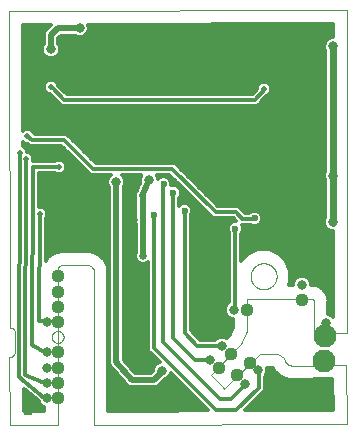
<source format=gbl>
G75*
%MOIN*%
%OFA0B0*%
%FSLAX25Y25*%
%IPPOS*%
%LPD*%
%AMOC8*
5,1,8,0,0,1.08239X$1,22.5*
%
%ADD10C,0.00200*%
%ADD11C,0.00000*%
%ADD12R,0.02569X0.02569*%
%ADD13C,0.01200*%
%ADD14R,0.03200X0.03200*%
%ADD15C,0.03200*%
%ADD16C,0.02400*%
%ADD17C,0.01978*%
%ADD18C,0.04394*%
%ADD19C,0.07618*%
%ADD20C,0.02000*%
%ADD21C,0.02559*%
%ADD22C,0.02362*%
D10*
X0007139Y0006452D02*
X0023169Y0006452D01*
X0023164Y0006446D02*
X0023231Y0058499D01*
X0023243Y0058575D01*
X0023260Y0058651D01*
X0023280Y0058725D01*
X0023304Y0058799D01*
X0023332Y0058871D01*
X0023363Y0058942D01*
X0023398Y0059011D01*
X0023436Y0059079D01*
X0023478Y0059144D01*
X0023523Y0059207D01*
X0023571Y0059268D01*
X0023622Y0059326D01*
X0023676Y0059381D01*
X0023733Y0059434D01*
X0023792Y0059484D01*
X0023854Y0059531D01*
X0023918Y0059574D01*
X0023984Y0059614D01*
X0024053Y0059651D01*
X0024123Y0059685D01*
X0024194Y0059714D01*
X0024267Y0059740D01*
X0024341Y0059763D01*
X0024416Y0059781D01*
X0024493Y0059796D01*
X0024569Y0059807D01*
X0024646Y0059814D01*
X0024724Y0059817D01*
X0024801Y0059816D01*
X0024879Y0059811D01*
X0024956Y0059802D01*
X0024950Y0059801D02*
X0033087Y0059799D01*
X0033062Y0059803D02*
X0033151Y0059807D01*
X0033241Y0059806D01*
X0033330Y0059802D01*
X0033419Y0059794D01*
X0033508Y0059782D01*
X0033596Y0059766D01*
X0033683Y0059747D01*
X0033769Y0059723D01*
X0033854Y0059696D01*
X0033938Y0059666D01*
X0034021Y0059631D01*
X0034102Y0059593D01*
X0034181Y0059552D01*
X0034258Y0059507D01*
X0034333Y0059458D01*
X0034406Y0059407D01*
X0034477Y0059352D01*
X0034545Y0059295D01*
X0034611Y0059234D01*
X0034674Y0059171D01*
X0034734Y0059105D01*
X0034792Y0059036D01*
X0034846Y0058965D01*
X0034897Y0058891D01*
X0034945Y0058816D01*
X0034989Y0058738D01*
X0035030Y0058659D01*
X0035068Y0058578D01*
X0035102Y0058495D01*
X0035132Y0058411D01*
X0035159Y0058326D01*
X0035182Y0058239D01*
X0035201Y0058152D01*
X0035216Y0058064D01*
X0035227Y0057975D01*
X0035235Y0057886D01*
X0035201Y0006565D01*
X0035202Y0006565D02*
X0119531Y0006905D01*
X0119534Y0006905D02*
X0119427Y0026460D01*
X0119429Y0026459D02*
X0101408Y0026325D01*
X0101537Y0026337D02*
X0101435Y0026332D01*
X0101334Y0026331D01*
X0101233Y0026334D01*
X0101132Y0026340D01*
X0101031Y0026351D01*
X0100931Y0026365D01*
X0100831Y0026383D01*
X0100732Y0026405D01*
X0100634Y0026430D01*
X0100537Y0026460D01*
X0100441Y0026493D01*
X0100347Y0026530D01*
X0100254Y0026570D01*
X0100162Y0026614D01*
X0100073Y0026661D01*
X0099985Y0026712D01*
X0099899Y0026766D01*
X0099816Y0026823D01*
X0099734Y0026883D01*
X0099655Y0026947D01*
X0099579Y0027013D01*
X0099505Y0027083D01*
X0099434Y0027155D01*
X0099365Y0027230D01*
X0099300Y0027307D01*
X0099238Y0027387D01*
X0099178Y0027469D01*
X0099122Y0027553D01*
X0099069Y0027640D01*
X0099020Y0027728D01*
X0098974Y0027818D01*
X0098931Y0027910D01*
X0098892Y0028004D01*
X0098857Y0028099D01*
X0098825Y0028195D01*
X0098797Y0028292D01*
X0098773Y0028391D01*
X0098752Y0028490D01*
X0098735Y0028590D01*
X0098722Y0028690D01*
X0098713Y0028791D01*
X0098712Y0028794D02*
X0096565Y0030344D01*
X0090592Y0030344D01*
X0078779Y0018497D01*
X0078242Y0019068D01*
X0074584Y0022726D01*
X0074450Y0023162D01*
X0074451Y0023163D02*
X0084350Y0033532D01*
X0086263Y0037895D01*
X0086296Y0048566D01*
X0096532Y0048533D01*
X0101069Y0048535D01*
X0101061Y0048532D02*
X0107339Y0048579D01*
X0107334Y0048579D02*
X0107397Y0048594D01*
X0107461Y0048606D01*
X0107526Y0048615D01*
X0107591Y0048619D01*
X0107656Y0048620D01*
X0107721Y0048617D01*
X0107786Y0048610D01*
X0107850Y0048599D01*
X0107913Y0048585D01*
X0107976Y0048567D01*
X0108037Y0048546D01*
X0108097Y0048520D01*
X0108156Y0048492D01*
X0108213Y0048460D01*
X0108267Y0048425D01*
X0108320Y0048387D01*
X0108370Y0048345D01*
X0108418Y0048301D01*
X0108463Y0048254D01*
X0108506Y0048205D01*
X0108545Y0048153D01*
X0108582Y0048099D01*
X0108615Y0048043D01*
X0108645Y0047985D01*
X0108671Y0047926D01*
X0108694Y0047865D01*
X0108714Y0047803D01*
X0108711Y0047810D02*
X0108714Y0037240D01*
X0119623Y0037292D01*
X0119623Y0037293D02*
X0119529Y0144834D01*
X0119528Y0144834D02*
X0006889Y0144555D01*
X0006890Y0144557D02*
X0007149Y0039040D01*
X0007149Y0039045D02*
X0007226Y0039052D01*
X0007303Y0039055D01*
X0007380Y0039054D01*
X0007457Y0039050D01*
X0007533Y0039042D01*
X0007610Y0039030D01*
X0007685Y0039014D01*
X0007760Y0038995D01*
X0007833Y0038972D01*
X0007906Y0038945D01*
X0007976Y0038915D01*
X0008046Y0038882D01*
X0008114Y0038845D01*
X0008179Y0038805D01*
X0008243Y0038761D01*
X0008305Y0038715D01*
X0008364Y0038666D01*
X0008420Y0038614D01*
X0008475Y0038559D01*
X0008526Y0038501D01*
X0008574Y0038441D01*
X0008620Y0038379D01*
X0008662Y0038315D01*
X0008701Y0038248D01*
X0008737Y0038180D01*
X0008769Y0038110D01*
X0008798Y0038039D01*
X0008824Y0037966D01*
X0008845Y0037892D01*
X0008864Y0037817D01*
X0008878Y0037741D01*
X0008889Y0037665D01*
X0008889Y0031065D01*
X0008891Y0030980D01*
X0008889Y0030896D01*
X0008884Y0030811D01*
X0008874Y0030727D01*
X0008861Y0030644D01*
X0008844Y0030561D01*
X0008823Y0030479D01*
X0008798Y0030398D01*
X0008769Y0030318D01*
X0008737Y0030240D01*
X0008701Y0030163D01*
X0008662Y0030088D01*
X0008619Y0030015D01*
X0008573Y0029944D01*
X0008524Y0029875D01*
X0008472Y0029809D01*
X0008416Y0029745D01*
X0008358Y0029683D01*
X0008297Y0029625D01*
X0008234Y0029569D01*
X0008167Y0029516D01*
X0008099Y0029467D01*
X0008028Y0029420D01*
X0007955Y0029377D01*
X0007880Y0029337D01*
X0007804Y0029301D01*
X0007726Y0029269D01*
X0007646Y0029240D01*
X0007566Y0029214D01*
X0007484Y0029193D01*
X0007401Y0029175D01*
X0007317Y0029161D01*
X0007233Y0029151D01*
X0007149Y0029145D01*
X0007119Y0029145D01*
X0007123Y0029141D02*
X0007162Y0006458D01*
X0007154Y0029160D02*
X0007183Y0029160D01*
D11*
X0021234Y0035880D02*
X0021236Y0035968D01*
X0021242Y0036056D01*
X0021252Y0036144D01*
X0021266Y0036232D01*
X0021283Y0036318D01*
X0021305Y0036404D01*
X0021330Y0036488D01*
X0021360Y0036572D01*
X0021392Y0036654D01*
X0021429Y0036734D01*
X0021469Y0036813D01*
X0021513Y0036890D01*
X0021560Y0036965D01*
X0021610Y0037037D01*
X0021664Y0037108D01*
X0021720Y0037175D01*
X0021780Y0037241D01*
X0021842Y0037303D01*
X0021908Y0037363D01*
X0021975Y0037419D01*
X0022046Y0037473D01*
X0022118Y0037523D01*
X0022193Y0037570D01*
X0022270Y0037614D01*
X0022349Y0037654D01*
X0022429Y0037691D01*
X0022511Y0037723D01*
X0022595Y0037753D01*
X0022679Y0037778D01*
X0022765Y0037800D01*
X0022851Y0037817D01*
X0022939Y0037831D01*
X0023027Y0037841D01*
X0023115Y0037847D01*
X0023203Y0037849D01*
X0023291Y0037847D01*
X0023379Y0037841D01*
X0023467Y0037831D01*
X0023555Y0037817D01*
X0023641Y0037800D01*
X0023727Y0037778D01*
X0023811Y0037753D01*
X0023895Y0037723D01*
X0023977Y0037691D01*
X0024057Y0037654D01*
X0024136Y0037614D01*
X0024213Y0037570D01*
X0024288Y0037523D01*
X0024360Y0037473D01*
X0024431Y0037419D01*
X0024498Y0037363D01*
X0024564Y0037303D01*
X0024626Y0037241D01*
X0024686Y0037175D01*
X0024742Y0037108D01*
X0024796Y0037037D01*
X0024846Y0036965D01*
X0024893Y0036890D01*
X0024937Y0036813D01*
X0024977Y0036734D01*
X0025014Y0036654D01*
X0025046Y0036572D01*
X0025076Y0036488D01*
X0025101Y0036404D01*
X0025123Y0036318D01*
X0025140Y0036232D01*
X0025154Y0036144D01*
X0025164Y0036056D01*
X0025170Y0035968D01*
X0025172Y0035880D01*
X0025170Y0035792D01*
X0025164Y0035704D01*
X0025154Y0035616D01*
X0025140Y0035528D01*
X0025123Y0035442D01*
X0025101Y0035356D01*
X0025076Y0035272D01*
X0025046Y0035188D01*
X0025014Y0035106D01*
X0024977Y0035026D01*
X0024937Y0034947D01*
X0024893Y0034870D01*
X0024846Y0034795D01*
X0024796Y0034723D01*
X0024742Y0034652D01*
X0024686Y0034585D01*
X0024626Y0034519D01*
X0024564Y0034457D01*
X0024498Y0034397D01*
X0024431Y0034341D01*
X0024360Y0034287D01*
X0024288Y0034237D01*
X0024213Y0034190D01*
X0024136Y0034146D01*
X0024057Y0034106D01*
X0023977Y0034069D01*
X0023895Y0034037D01*
X0023811Y0034007D01*
X0023727Y0033982D01*
X0023641Y0033960D01*
X0023555Y0033943D01*
X0023467Y0033929D01*
X0023379Y0033919D01*
X0023291Y0033913D01*
X0023203Y0033911D01*
X0023115Y0033913D01*
X0023027Y0033919D01*
X0022939Y0033929D01*
X0022851Y0033943D01*
X0022765Y0033960D01*
X0022679Y0033982D01*
X0022595Y0034007D01*
X0022511Y0034037D01*
X0022429Y0034069D01*
X0022349Y0034106D01*
X0022270Y0034146D01*
X0022193Y0034190D01*
X0022118Y0034237D01*
X0022046Y0034287D01*
X0021975Y0034341D01*
X0021908Y0034397D01*
X0021842Y0034457D01*
X0021780Y0034519D01*
X0021720Y0034585D01*
X0021664Y0034652D01*
X0021610Y0034723D01*
X0021560Y0034795D01*
X0021513Y0034870D01*
X0021469Y0034947D01*
X0021429Y0035026D01*
X0021392Y0035106D01*
X0021360Y0035188D01*
X0021330Y0035272D01*
X0021305Y0035356D01*
X0021283Y0035442D01*
X0021266Y0035528D01*
X0021252Y0035616D01*
X0021242Y0035704D01*
X0021236Y0035792D01*
X0021234Y0035880D01*
X0087502Y0056126D02*
X0087504Y0056257D01*
X0087510Y0056389D01*
X0087520Y0056520D01*
X0087534Y0056651D01*
X0087552Y0056781D01*
X0087574Y0056910D01*
X0087599Y0057039D01*
X0087629Y0057167D01*
X0087663Y0057294D01*
X0087700Y0057421D01*
X0087741Y0057545D01*
X0087786Y0057669D01*
X0087835Y0057791D01*
X0087887Y0057912D01*
X0087943Y0058030D01*
X0088003Y0058148D01*
X0088066Y0058263D01*
X0088133Y0058376D01*
X0088203Y0058488D01*
X0088276Y0058597D01*
X0088352Y0058703D01*
X0088432Y0058808D01*
X0088515Y0058910D01*
X0088601Y0059009D01*
X0088690Y0059106D01*
X0088782Y0059200D01*
X0088877Y0059291D01*
X0088974Y0059380D01*
X0089074Y0059465D01*
X0089177Y0059547D01*
X0089282Y0059626D01*
X0089389Y0059702D01*
X0089499Y0059774D01*
X0089611Y0059843D01*
X0089725Y0059909D01*
X0089840Y0059971D01*
X0089958Y0060030D01*
X0090077Y0060085D01*
X0090198Y0060137D01*
X0090321Y0060184D01*
X0090445Y0060228D01*
X0090570Y0060269D01*
X0090696Y0060305D01*
X0090824Y0060338D01*
X0090952Y0060366D01*
X0091081Y0060391D01*
X0091211Y0060412D01*
X0091341Y0060429D01*
X0091472Y0060442D01*
X0091603Y0060451D01*
X0091734Y0060456D01*
X0091866Y0060457D01*
X0091997Y0060454D01*
X0092129Y0060447D01*
X0092260Y0060436D01*
X0092390Y0060421D01*
X0092520Y0060402D01*
X0092650Y0060379D01*
X0092778Y0060353D01*
X0092906Y0060322D01*
X0093033Y0060287D01*
X0093159Y0060249D01*
X0093283Y0060207D01*
X0093407Y0060161D01*
X0093528Y0060111D01*
X0093648Y0060058D01*
X0093767Y0060001D01*
X0093884Y0059941D01*
X0093998Y0059877D01*
X0094111Y0059809D01*
X0094222Y0059738D01*
X0094331Y0059664D01*
X0094437Y0059587D01*
X0094541Y0059506D01*
X0094642Y0059423D01*
X0094741Y0059336D01*
X0094837Y0059246D01*
X0094930Y0059153D01*
X0095021Y0059058D01*
X0095108Y0058960D01*
X0095193Y0058859D01*
X0095274Y0058756D01*
X0095352Y0058650D01*
X0095427Y0058542D01*
X0095499Y0058432D01*
X0095567Y0058320D01*
X0095632Y0058206D01*
X0095693Y0058089D01*
X0095751Y0057971D01*
X0095805Y0057851D01*
X0095856Y0057730D01*
X0095903Y0057607D01*
X0095946Y0057483D01*
X0095985Y0057358D01*
X0096021Y0057231D01*
X0096052Y0057103D01*
X0096080Y0056975D01*
X0096104Y0056846D01*
X0096124Y0056716D01*
X0096140Y0056585D01*
X0096152Y0056454D01*
X0096160Y0056323D01*
X0096164Y0056192D01*
X0096164Y0056060D01*
X0096160Y0055929D01*
X0096152Y0055798D01*
X0096140Y0055667D01*
X0096124Y0055536D01*
X0096104Y0055406D01*
X0096080Y0055277D01*
X0096052Y0055149D01*
X0096021Y0055021D01*
X0095985Y0054894D01*
X0095946Y0054769D01*
X0095903Y0054645D01*
X0095856Y0054522D01*
X0095805Y0054401D01*
X0095751Y0054281D01*
X0095693Y0054163D01*
X0095632Y0054046D01*
X0095567Y0053932D01*
X0095499Y0053820D01*
X0095427Y0053710D01*
X0095352Y0053602D01*
X0095274Y0053496D01*
X0095193Y0053393D01*
X0095108Y0053292D01*
X0095021Y0053194D01*
X0094930Y0053099D01*
X0094837Y0053006D01*
X0094741Y0052916D01*
X0094642Y0052829D01*
X0094541Y0052746D01*
X0094437Y0052665D01*
X0094331Y0052588D01*
X0094222Y0052514D01*
X0094111Y0052443D01*
X0093999Y0052375D01*
X0093884Y0052311D01*
X0093767Y0052251D01*
X0093648Y0052194D01*
X0093528Y0052141D01*
X0093407Y0052091D01*
X0093283Y0052045D01*
X0093159Y0052003D01*
X0093033Y0051965D01*
X0092906Y0051930D01*
X0092778Y0051899D01*
X0092650Y0051873D01*
X0092520Y0051850D01*
X0092390Y0051831D01*
X0092260Y0051816D01*
X0092129Y0051805D01*
X0091997Y0051798D01*
X0091866Y0051795D01*
X0091734Y0051796D01*
X0091603Y0051801D01*
X0091472Y0051810D01*
X0091341Y0051823D01*
X0091211Y0051840D01*
X0091081Y0051861D01*
X0090952Y0051886D01*
X0090824Y0051914D01*
X0090696Y0051947D01*
X0090570Y0051983D01*
X0090445Y0052024D01*
X0090321Y0052068D01*
X0090198Y0052115D01*
X0090077Y0052167D01*
X0089958Y0052222D01*
X0089840Y0052281D01*
X0089725Y0052343D01*
X0089611Y0052409D01*
X0089499Y0052478D01*
X0089389Y0052550D01*
X0089282Y0052626D01*
X0089177Y0052705D01*
X0089074Y0052787D01*
X0088974Y0052872D01*
X0088877Y0052961D01*
X0088782Y0053052D01*
X0088690Y0053146D01*
X0088601Y0053243D01*
X0088515Y0053342D01*
X0088432Y0053444D01*
X0088352Y0053549D01*
X0088276Y0053655D01*
X0088203Y0053764D01*
X0088133Y0053876D01*
X0088066Y0053989D01*
X0088003Y0054104D01*
X0087943Y0054222D01*
X0087887Y0054340D01*
X0087835Y0054461D01*
X0087786Y0054583D01*
X0087741Y0054707D01*
X0087700Y0054831D01*
X0087663Y0054958D01*
X0087629Y0055085D01*
X0087599Y0055213D01*
X0087574Y0055342D01*
X0087552Y0055471D01*
X0087534Y0055601D01*
X0087520Y0055732D01*
X0087510Y0055863D01*
X0087504Y0055995D01*
X0087502Y0056126D01*
D12*
X0076849Y0042315D03*
X0099914Y0019639D03*
X0111913Y0020760D03*
X0060277Y0018889D03*
X0047255Y0038003D03*
X0023203Y0066584D03*
X0036683Y0070570D03*
X0047393Y0084394D03*
X0053521Y0105883D03*
X0034611Y0126431D03*
X0053726Y0138989D03*
X0079031Y0123513D03*
X0088911Y0127149D03*
X0098608Y0107493D03*
X0111206Y0112612D03*
X0096593Y0093296D03*
X0096021Y0071401D03*
X0113670Y0139054D03*
X0013386Y0011289D03*
D13*
X0011854Y0011378D02*
X0018470Y0011378D01*
X0018470Y0011152D02*
X0011854Y0011152D01*
X0011842Y0018482D01*
X0016819Y0014479D01*
X0017120Y0013751D01*
X0017964Y0012907D01*
X0018472Y0012696D01*
X0018470Y0011152D01*
X0018472Y0012576D02*
X0011852Y0012576D01*
X0011850Y0013775D02*
X0017110Y0013775D01*
X0016205Y0014973D02*
X0011847Y0014973D01*
X0011845Y0016172D02*
X0014714Y0016172D01*
X0013224Y0017370D02*
X0011843Y0017370D01*
X0010183Y0022382D02*
X0018763Y0015482D01*
X0019512Y0020356D02*
X0012251Y0023364D01*
X0012693Y0095067D01*
X0015082Y0095273D02*
X0028781Y0095273D01*
X0029980Y0094075D02*
X0025624Y0094075D01*
X0026058Y0093641D02*
X0024659Y0095041D01*
X0022679Y0095041D01*
X0022289Y0094650D01*
X0015705Y0094643D01*
X0015702Y0094646D01*
X0015082Y0094647D01*
X0015082Y0096057D01*
X0013683Y0097456D01*
X0012992Y0097456D01*
X0012992Y0098330D01*
X0011700Y0099621D01*
X0011698Y0100743D01*
X0012098Y0100343D01*
X0012876Y0100343D01*
X0013271Y0100042D01*
X0013769Y0099550D01*
X0013916Y0099551D01*
X0014033Y0099462D01*
X0014726Y0099556D01*
X0024440Y0099615D01*
X0034235Y0089820D01*
X0040905Y0089820D01*
X0040221Y0089136D01*
X0039765Y0088034D01*
X0039765Y0086840D01*
X0040221Y0085738D01*
X0040363Y0085596D01*
X0040363Y0027496D01*
X0040338Y0027095D01*
X0040363Y0027021D01*
X0040363Y0026943D01*
X0040517Y0026572D01*
X0040647Y0026192D01*
X0040698Y0026133D01*
X0040728Y0026060D01*
X0041012Y0025777D01*
X0045878Y0020253D01*
X0045908Y0020180D01*
X0046192Y0019897D01*
X0046458Y0019595D01*
X0046528Y0019561D01*
X0046584Y0019505D01*
X0046955Y0019352D01*
X0047315Y0019175D01*
X0047393Y0019170D01*
X0047466Y0019140D01*
X0047867Y0019140D01*
X0048268Y0019115D01*
X0048342Y0019140D01*
X0054945Y0019140D01*
X0055000Y0019120D01*
X0055420Y0019140D01*
X0055840Y0019140D01*
X0055895Y0019163D01*
X0055954Y0019165D01*
X0056334Y0019345D01*
X0056723Y0019505D01*
X0056764Y0019547D01*
X0056818Y0019572D01*
X0057101Y0019883D01*
X0057398Y0020180D01*
X0057420Y0020235D01*
X0058835Y0021791D01*
X0059710Y0022153D01*
X0060554Y0022997D01*
X0060895Y0023820D01*
X0073296Y0011418D01*
X0039904Y0011284D01*
X0039934Y0057101D01*
X0039984Y0057247D01*
X0039935Y0058031D01*
X0039936Y0058818D01*
X0039877Y0058959D01*
X0039842Y0059519D01*
X0039842Y0059519D01*
X0038661Y0061931D01*
X0036648Y0063707D01*
X0036648Y0063707D01*
X0034108Y0064577D01*
X0034108Y0064577D01*
X0032858Y0064499D01*
X0025292Y0064501D01*
X0024376Y0064628D01*
X0024376Y0064628D01*
X0021977Y0064004D01*
X0020001Y0062510D01*
X0019161Y0061080D01*
X0019218Y0075436D01*
X0019612Y0075830D01*
X0019612Y0077810D01*
X0018213Y0079209D01*
X0016852Y0079209D01*
X0016868Y0090644D01*
X0022292Y0090650D01*
X0022679Y0090263D01*
X0024659Y0090263D01*
X0026058Y0091662D01*
X0026058Y0093641D01*
X0026058Y0092876D02*
X0031178Y0092876D01*
X0032377Y0091678D02*
X0026058Y0091678D01*
X0024875Y0090479D02*
X0033575Y0090479D01*
X0035063Y0091820D02*
X0025263Y0101620D01*
X0014585Y0101555D01*
X0013213Y0102600D01*
X0011688Y0104710D02*
X0011601Y0139867D01*
X0020912Y0139890D01*
X0018967Y0137945D01*
X0018602Y0137063D01*
X0018602Y0133630D01*
X0018402Y0133430D01*
X0017945Y0132328D01*
X0017945Y0131134D01*
X0018402Y0130032D01*
X0019246Y0129188D01*
X0020349Y0128731D01*
X0021542Y0128731D01*
X0022645Y0129188D01*
X0023489Y0130032D01*
X0023945Y0131134D01*
X0023945Y0132328D01*
X0023489Y0133430D01*
X0023402Y0133517D01*
X0023402Y0135592D01*
X0024141Y0136330D01*
X0028741Y0136330D01*
X0028863Y0136208D01*
X0029966Y0135751D01*
X0031159Y0135751D01*
X0032262Y0136208D01*
X0033106Y0137052D01*
X0033562Y0138155D01*
X0033562Y0139348D01*
X0033325Y0139921D01*
X0114833Y0140122D01*
X0114837Y0135722D01*
X0114441Y0135722D01*
X0113339Y0135266D01*
X0112495Y0134422D01*
X0112038Y0133319D01*
X0112038Y0132126D01*
X0112429Y0131181D01*
X0112404Y0091162D01*
X0112033Y0090267D01*
X0112033Y0089073D01*
X0112403Y0088180D01*
X0112403Y0075983D01*
X0112370Y0075949D01*
X0111913Y0074847D01*
X0111913Y0073653D01*
X0112370Y0072551D01*
X0113214Y0071707D01*
X0114316Y0071250D01*
X0114893Y0071250D01*
X0114919Y0042598D01*
X0114329Y0043187D01*
X0113412Y0043567D01*
X0113411Y0047504D01*
X0113491Y0048170D01*
X0113411Y0048457D01*
X0113411Y0048746D01*
X0113161Y0049349D01*
X0112927Y0050185D01*
X0112927Y0050185D01*
X0111497Y0052006D01*
X0111497Y0052006D01*
X0111497Y0052006D01*
X0109479Y0053141D01*
X0107647Y0053360D01*
X0107647Y0053844D01*
X0107191Y0054947D01*
X0106347Y0055791D01*
X0105244Y0056247D01*
X0104051Y0056247D01*
X0102948Y0055791D01*
X0102104Y0054947D01*
X0101647Y0053844D01*
X0101647Y0053236D01*
X0101522Y0053235D01*
X0100302Y0053235D01*
X0100764Y0054350D01*
X0100764Y0057903D01*
X0099404Y0061185D01*
X0096892Y0063698D01*
X0093610Y0065057D01*
X0090057Y0065057D01*
X0086774Y0063698D01*
X0084329Y0061252D01*
X0084383Y0070260D01*
X0084599Y0070476D01*
X0084992Y0071425D01*
X0084992Y0072452D01*
X0084640Y0073300D01*
X0087296Y0073300D01*
X0087392Y0073204D01*
X0088341Y0072811D01*
X0089368Y0072811D01*
X0090317Y0073204D01*
X0091043Y0073930D01*
X0091436Y0074878D01*
X0091436Y0075905D01*
X0091043Y0076854D01*
X0090317Y0077580D01*
X0089368Y0077973D01*
X0088341Y0077973D01*
X0087392Y0077580D01*
X0087112Y0077300D01*
X0085592Y0077300D01*
X0083673Y0079218D01*
X0083492Y0079400D01*
X0076632Y0079400D01*
X0063232Y0092800D01*
X0063232Y0092815D01*
X0062648Y0093384D01*
X0062072Y0093960D01*
X0062056Y0093960D01*
X0062044Y0093971D01*
X0061230Y0093960D01*
X0060415Y0093960D01*
X0060403Y0093949D01*
X0050870Y0093820D01*
X0035892Y0093820D01*
X0027258Y0102453D01*
X0027258Y0102461D01*
X0026673Y0103038D01*
X0026092Y0103620D01*
X0026084Y0103620D01*
X0026079Y0103625D01*
X0025257Y0103620D01*
X0024435Y0103620D01*
X0024430Y0103615D01*
X0015477Y0103560D01*
X0015477Y0103721D01*
X0014077Y0105121D01*
X0012098Y0105121D01*
X0011688Y0104710D01*
X0011687Y0104861D02*
X0011839Y0104861D01*
X0011684Y0106060D02*
X0112413Y0106060D01*
X0112414Y0107258D02*
X0011681Y0107258D01*
X0011679Y0108457D02*
X0112415Y0108457D01*
X0112416Y0109655D02*
X0011676Y0109655D01*
X0011673Y0110854D02*
X0112416Y0110854D01*
X0112417Y0112052D02*
X0011670Y0112052D01*
X0011667Y0113251D02*
X0024313Y0113251D01*
X0024534Y0113030D02*
X0024556Y0113030D01*
X0024572Y0113015D01*
X0025381Y0113030D01*
X0088324Y0113030D01*
X0088376Y0112985D01*
X0089143Y0113030D01*
X0089912Y0113030D01*
X0089961Y0113079D01*
X0090030Y0113084D01*
X0090540Y0113659D01*
X0091084Y0114202D01*
X0091084Y0114271D01*
X0092785Y0116189D01*
X0093006Y0116189D01*
X0094406Y0117588D01*
X0094406Y0119567D01*
X0093006Y0120967D01*
X0091027Y0120967D01*
X0089628Y0119567D01*
X0089628Y0118658D01*
X0088184Y0117030D01*
X0026168Y0117030D01*
X0023400Y0119696D01*
X0023400Y0120139D01*
X0022001Y0121539D01*
X0020021Y0121539D01*
X0018622Y0120139D01*
X0018622Y0118160D01*
X0020021Y0116761D01*
X0020681Y0116761D01*
X0023961Y0113603D01*
X0024534Y0113030D01*
X0023082Y0114450D02*
X0011664Y0114450D01*
X0011661Y0115648D02*
X0021837Y0115648D01*
X0019936Y0116847D02*
X0011658Y0116847D01*
X0011655Y0118045D02*
X0018737Y0118045D01*
X0018622Y0119244D02*
X0011652Y0119244D01*
X0011649Y0120442D02*
X0018925Y0120442D01*
X0021130Y0119105D02*
X0025362Y0115030D01*
X0089084Y0115030D01*
X0092178Y0118519D01*
X0093664Y0116847D02*
X0112420Y0116847D01*
X0112421Y0118045D02*
X0094406Y0118045D01*
X0094406Y0119244D02*
X0112422Y0119244D01*
X0112423Y0120442D02*
X0093531Y0120442D01*
X0090503Y0120442D02*
X0023097Y0120442D01*
X0023870Y0119244D02*
X0089628Y0119244D01*
X0089084Y0118045D02*
X0025115Y0118045D01*
X0021785Y0128832D02*
X0112428Y0128832D01*
X0112429Y0130030D02*
X0023487Y0130030D01*
X0023945Y0131229D02*
X0112409Y0131229D01*
X0112038Y0132427D02*
X0023904Y0132427D01*
X0023402Y0133626D02*
X0112165Y0133626D01*
X0112897Y0134824D02*
X0023402Y0134824D01*
X0023833Y0136023D02*
X0029311Y0136023D01*
X0031814Y0136023D02*
X0114836Y0136023D01*
X0114835Y0137221D02*
X0033176Y0137221D01*
X0033562Y0138420D02*
X0114834Y0138420D01*
X0114833Y0139618D02*
X0033451Y0139618D01*
X0020640Y0139618D02*
X0011602Y0139618D01*
X0011605Y0138420D02*
X0019442Y0138420D01*
X0018667Y0137221D02*
X0011608Y0137221D01*
X0011611Y0136023D02*
X0018602Y0136023D01*
X0018602Y0134824D02*
X0011614Y0134824D01*
X0011617Y0133626D02*
X0018597Y0133626D01*
X0017987Y0132427D02*
X0011620Y0132427D01*
X0011623Y0131229D02*
X0017945Y0131229D01*
X0018404Y0130030D02*
X0011626Y0130030D01*
X0011628Y0128832D02*
X0020106Y0128832D01*
X0011631Y0127633D02*
X0112427Y0127633D01*
X0112426Y0126435D02*
X0011634Y0126435D01*
X0011637Y0125236D02*
X0112426Y0125236D01*
X0112425Y0124038D02*
X0011640Y0124038D01*
X0011643Y0122839D02*
X0112424Y0122839D01*
X0112423Y0121641D02*
X0011646Y0121641D01*
X0014336Y0104861D02*
X0112413Y0104861D01*
X0112412Y0103663D02*
X0015477Y0103663D01*
X0013238Y0100067D02*
X0011699Y0100067D01*
X0012453Y0098869D02*
X0025186Y0098869D01*
X0026384Y0097670D02*
X0012992Y0097670D01*
X0014667Y0096472D02*
X0027583Y0096472D01*
X0030843Y0098869D02*
X0112409Y0098869D01*
X0112410Y0100067D02*
X0029644Y0100067D01*
X0028446Y0101266D02*
X0112410Y0101266D01*
X0112411Y0102464D02*
X0027254Y0102464D01*
X0032041Y0097670D02*
X0112408Y0097670D01*
X0112407Y0096472D02*
X0033240Y0096472D01*
X0034438Y0095273D02*
X0112407Y0095273D01*
X0112406Y0094075D02*
X0035637Y0094075D01*
X0035063Y0091820D02*
X0050883Y0091820D01*
X0061243Y0091960D01*
X0075803Y0077400D01*
X0082663Y0077400D01*
X0084763Y0075300D01*
X0088683Y0075300D01*
X0090813Y0073700D02*
X0111913Y0073700D01*
X0111935Y0074899D02*
X0091436Y0074899D01*
X0091356Y0076097D02*
X0112403Y0076097D01*
X0112403Y0077296D02*
X0090601Y0077296D01*
X0084623Y0075440D02*
X0082663Y0077400D01*
X0084397Y0078494D02*
X0112403Y0078494D01*
X0112403Y0079693D02*
X0076339Y0079693D01*
X0075140Y0080891D02*
X0112403Y0080891D01*
X0112403Y0082090D02*
X0073942Y0082090D01*
X0072743Y0083288D02*
X0112403Y0083288D01*
X0112403Y0084487D02*
X0071545Y0084487D01*
X0070346Y0085685D02*
X0112403Y0085685D01*
X0112403Y0086884D02*
X0069148Y0086884D01*
X0067949Y0088082D02*
X0112403Y0088082D01*
X0112033Y0089281D02*
X0066751Y0089281D01*
X0065552Y0090479D02*
X0112121Y0090479D01*
X0112404Y0091678D02*
X0064354Y0091678D01*
X0063169Y0092876D02*
X0112405Y0092876D01*
X0112418Y0113251D02*
X0090179Y0113251D01*
X0091242Y0114450D02*
X0112419Y0114450D01*
X0112419Y0115648D02*
X0092305Y0115648D01*
X0063491Y0086884D02*
X0061114Y0086884D01*
X0061125Y0086454D02*
X0061114Y0086450D01*
X0061114Y0087328D01*
X0060721Y0088277D01*
X0059995Y0089003D01*
X0059046Y0089396D01*
X0058019Y0089396D01*
X0057071Y0089003D01*
X0056691Y0088624D01*
X0056691Y0088817D01*
X0056246Y0089892D01*
X0060426Y0089949D01*
X0074975Y0075400D01*
X0081835Y0075400D01*
X0082047Y0075188D01*
X0082715Y0074520D01*
X0081897Y0074520D01*
X0080948Y0074127D01*
X0080222Y0073400D01*
X0079829Y0072452D01*
X0079829Y0071425D01*
X0080222Y0070476D01*
X0080383Y0070316D01*
X0080248Y0047569D01*
X0080114Y0047513D01*
X0079270Y0046669D01*
X0078813Y0045567D01*
X0078813Y0044373D01*
X0079270Y0043271D01*
X0080114Y0042427D01*
X0081216Y0041970D01*
X0081575Y0041970D01*
X0081566Y0038887D01*
X0080378Y0036178D01*
X0079724Y0035493D01*
X0079672Y0035545D01*
X0078569Y0036002D01*
X0077376Y0036002D01*
X0076273Y0035545D01*
X0075730Y0035001D01*
X0070598Y0035001D01*
X0067503Y0038097D01*
X0067503Y0076340D01*
X0067657Y0076494D01*
X0068050Y0077442D01*
X0068050Y0078469D01*
X0067657Y0079418D01*
X0066931Y0080144D01*
X0065983Y0080537D01*
X0064956Y0080537D01*
X0064007Y0080144D01*
X0063550Y0079687D01*
X0063551Y0082135D01*
X0063826Y0082411D01*
X0064219Y0083360D01*
X0064219Y0084387D01*
X0063826Y0085335D01*
X0063100Y0086061D01*
X0062151Y0086454D01*
X0061125Y0086454D01*
X0060801Y0088082D02*
X0062292Y0088082D01*
X0061094Y0089281D02*
X0059324Y0089281D01*
X0057741Y0089281D02*
X0056499Y0089281D01*
X0058360Y0086562D02*
X0058326Y0037264D01*
X0058303Y0037220D02*
X0058303Y0034140D01*
X0077343Y0015100D01*
X0080983Y0015100D01*
X0085743Y0019860D01*
X0085743Y0020140D01*
X0090223Y0019020D02*
X0090223Y0024620D01*
X0092223Y0022668D02*
X0092619Y0023065D01*
X0093076Y0024167D01*
X0093076Y0025361D01*
X0092959Y0025644D01*
X0094806Y0025644D01*
X0095430Y0024391D01*
X0097636Y0022474D01*
X0100407Y0021547D01*
X0101522Y0021625D01*
X0114753Y0021724D01*
X0114808Y0011586D01*
X0085499Y0011467D01*
X0091052Y0017020D01*
X0092223Y0018192D01*
X0092223Y0022668D01*
X0092223Y0022164D02*
X0098563Y0022164D01*
X0097636Y0022474D02*
X0097636Y0022474D01*
X0096614Y0023363D02*
X0092743Y0023363D01*
X0093076Y0024561D02*
X0095346Y0024561D01*
X0095430Y0024391D02*
X0095430Y0024391D01*
X0092223Y0020966D02*
X0114757Y0020966D01*
X0114763Y0019767D02*
X0092223Y0019767D01*
X0092223Y0018569D02*
X0114770Y0018569D01*
X0114777Y0017370D02*
X0091402Y0017370D01*
X0090203Y0016172D02*
X0114783Y0016172D01*
X0114790Y0014973D02*
X0089005Y0014973D01*
X0087806Y0013775D02*
X0114796Y0013775D01*
X0114803Y0012576D02*
X0086608Y0012576D01*
X0082663Y0011460D02*
X0090223Y0019020D01*
X0082663Y0011460D02*
X0076083Y0011460D01*
X0055363Y0032180D01*
X0055363Y0036940D01*
X0055361Y0037000D02*
X0055221Y0076360D01*
X0049124Y0076097D02*
X0045163Y0076097D01*
X0045163Y0074899D02*
X0049131Y0074899D01*
X0049137Y0073700D02*
X0045163Y0073700D01*
X0045163Y0072502D02*
X0049144Y0072502D01*
X0049150Y0071303D02*
X0045163Y0071303D01*
X0045163Y0070105D02*
X0049157Y0070105D01*
X0049163Y0068906D02*
X0045163Y0068906D01*
X0045163Y0067708D02*
X0049170Y0067708D01*
X0049176Y0066509D02*
X0045163Y0066509D01*
X0045163Y0065311D02*
X0049183Y0065311D01*
X0049189Y0064112D02*
X0045163Y0064112D01*
X0045163Y0062914D02*
X0049044Y0062914D01*
X0049044Y0062447D02*
X0049044Y0063513D01*
X0049191Y0063868D01*
X0049090Y0082424D01*
X0049036Y0082560D01*
X0049051Y0083514D01*
X0050758Y0087462D01*
X0050691Y0087623D01*
X0050691Y0088817D01*
X0051107Y0089820D01*
X0050897Y0089820D01*
X0050082Y0089809D01*
X0050070Y0089820D01*
X0044624Y0089820D01*
X0045308Y0089136D01*
X0045765Y0088034D01*
X0045765Y0086840D01*
X0045308Y0085738D01*
X0045163Y0085593D01*
X0045163Y0028326D01*
X0049027Y0023940D01*
X0054301Y0023940D01*
X0055011Y0024720D01*
X0055011Y0025293D01*
X0055467Y0026396D01*
X0056311Y0027240D01*
X0057134Y0027581D01*
X0053363Y0031352D01*
X0053363Y0036323D01*
X0053276Y0060744D01*
X0053241Y0060708D01*
X0052256Y0060300D01*
X0051190Y0060300D01*
X0050205Y0060708D01*
X0049451Y0061462D01*
X0049044Y0062447D01*
X0049347Y0061715D02*
X0045163Y0061715D01*
X0045163Y0060517D02*
X0050669Y0060517D01*
X0052778Y0060517D02*
X0053277Y0060517D01*
X0053281Y0059318D02*
X0045163Y0059318D01*
X0045163Y0058119D02*
X0053286Y0058119D01*
X0053290Y0056921D02*
X0045163Y0056921D01*
X0045163Y0055722D02*
X0053294Y0055722D01*
X0053298Y0054524D02*
X0045163Y0054524D01*
X0045163Y0053325D02*
X0053303Y0053325D01*
X0053307Y0052127D02*
X0045163Y0052127D01*
X0045163Y0050928D02*
X0053311Y0050928D01*
X0053315Y0049730D02*
X0045163Y0049730D01*
X0045163Y0048531D02*
X0053320Y0048531D01*
X0053324Y0047333D02*
X0045163Y0047333D01*
X0045163Y0046134D02*
X0053328Y0046134D01*
X0053332Y0044936D02*
X0045163Y0044936D01*
X0045163Y0043737D02*
X0053337Y0043737D01*
X0053341Y0042539D02*
X0045163Y0042539D01*
X0045163Y0041340D02*
X0053345Y0041340D01*
X0053350Y0040142D02*
X0045163Y0040142D01*
X0045163Y0038943D02*
X0053354Y0038943D01*
X0053358Y0037745D02*
X0045163Y0037745D01*
X0045163Y0036546D02*
X0053362Y0036546D01*
X0053363Y0035348D02*
X0045163Y0035348D01*
X0045163Y0034149D02*
X0053363Y0034149D01*
X0053363Y0032951D02*
X0045163Y0032951D01*
X0045163Y0031752D02*
X0053363Y0031752D01*
X0054161Y0030554D02*
X0045163Y0030554D01*
X0045163Y0029355D02*
X0055359Y0029355D01*
X0056558Y0028157D02*
X0045313Y0028157D01*
X0046368Y0026958D02*
X0056029Y0026958D01*
X0055204Y0025760D02*
X0047424Y0025760D01*
X0048480Y0024561D02*
X0054866Y0024561D01*
X0058084Y0020966D02*
X0063749Y0020966D01*
X0062550Y0022164D02*
X0059721Y0022164D01*
X0060705Y0023363D02*
X0061352Y0023363D01*
X0064948Y0019767D02*
X0056995Y0019767D01*
X0066146Y0018569D02*
X0039909Y0018569D01*
X0039910Y0019767D02*
X0046306Y0019767D01*
X0045251Y0020966D02*
X0039911Y0020966D01*
X0039912Y0022164D02*
X0044195Y0022164D01*
X0043139Y0023363D02*
X0039912Y0023363D01*
X0039913Y0024561D02*
X0042083Y0024561D01*
X0041027Y0025760D02*
X0039914Y0025760D01*
X0039915Y0026958D02*
X0040363Y0026958D01*
X0040363Y0028157D02*
X0039915Y0028157D01*
X0039916Y0029355D02*
X0040363Y0029355D01*
X0040363Y0030554D02*
X0039917Y0030554D01*
X0039918Y0031752D02*
X0040363Y0031752D01*
X0040363Y0032951D02*
X0039919Y0032951D01*
X0039919Y0034149D02*
X0040363Y0034149D01*
X0040363Y0035348D02*
X0039920Y0035348D01*
X0039921Y0036546D02*
X0040363Y0036546D01*
X0040363Y0037745D02*
X0039922Y0037745D01*
X0039923Y0038943D02*
X0040363Y0038943D01*
X0040363Y0040142D02*
X0039923Y0040142D01*
X0039924Y0041340D02*
X0040363Y0041340D01*
X0040363Y0042539D02*
X0039925Y0042539D01*
X0039926Y0043737D02*
X0040363Y0043737D01*
X0040363Y0044936D02*
X0039926Y0044936D01*
X0039927Y0046134D02*
X0040363Y0046134D01*
X0040363Y0047333D02*
X0039928Y0047333D01*
X0039929Y0048531D02*
X0040363Y0048531D01*
X0040363Y0049730D02*
X0039930Y0049730D01*
X0039930Y0050928D02*
X0040363Y0050928D01*
X0040363Y0052127D02*
X0039931Y0052127D01*
X0039932Y0053325D02*
X0040363Y0053325D01*
X0040363Y0054524D02*
X0039933Y0054524D01*
X0039933Y0055722D02*
X0040363Y0055722D01*
X0040363Y0056921D02*
X0039934Y0056921D01*
X0039935Y0058119D02*
X0040363Y0058119D01*
X0040363Y0059318D02*
X0039854Y0059318D01*
X0039354Y0060517D02*
X0040363Y0060517D01*
X0040363Y0061715D02*
X0038767Y0061715D01*
X0038661Y0061931D02*
X0038661Y0061931D01*
X0037547Y0062914D02*
X0040363Y0062914D01*
X0040363Y0064112D02*
X0035466Y0064112D01*
X0040363Y0065311D02*
X0019178Y0065311D01*
X0019183Y0066509D02*
X0040363Y0066509D01*
X0040363Y0067708D02*
X0019187Y0067708D01*
X0019192Y0068906D02*
X0040363Y0068906D01*
X0040363Y0070105D02*
X0019197Y0070105D01*
X0019201Y0071303D02*
X0040363Y0071303D01*
X0040363Y0072502D02*
X0019206Y0072502D01*
X0019211Y0073700D02*
X0040363Y0073700D01*
X0040363Y0074899D02*
X0019216Y0074899D01*
X0019612Y0076097D02*
X0040363Y0076097D01*
X0040363Y0077296D02*
X0019612Y0077296D01*
X0018927Y0078494D02*
X0040363Y0078494D01*
X0040363Y0079693D02*
X0016853Y0079693D01*
X0016855Y0080891D02*
X0040363Y0080891D01*
X0040363Y0082090D02*
X0016856Y0082090D01*
X0016858Y0083288D02*
X0040363Y0083288D01*
X0040363Y0084487D02*
X0016859Y0084487D01*
X0016861Y0085685D02*
X0040274Y0085685D01*
X0039765Y0086884D02*
X0016863Y0086884D01*
X0016864Y0088082D02*
X0039785Y0088082D01*
X0040366Y0089281D02*
X0016866Y0089281D01*
X0016868Y0090479D02*
X0022463Y0090479D01*
X0023669Y0092652D02*
X0014866Y0092642D01*
X0014871Y0092647D02*
X0014789Y0033136D01*
X0019409Y0030556D01*
X0010183Y0022382D02*
X0010603Y0097340D01*
X0017223Y0076820D02*
X0017083Y0041100D01*
X0020683Y0041100D01*
X0019534Y0061715D02*
X0019164Y0061715D01*
X0020001Y0062510D02*
X0020001Y0062510D01*
X0020001Y0062510D01*
X0020534Y0062914D02*
X0019169Y0062914D01*
X0019173Y0064112D02*
X0022391Y0064112D01*
X0021977Y0064004D02*
X0021977Y0064004D01*
X0045163Y0077296D02*
X0049118Y0077296D01*
X0049111Y0078494D02*
X0045163Y0078494D01*
X0045163Y0079693D02*
X0049105Y0079693D01*
X0049098Y0080891D02*
X0045163Y0080891D01*
X0045163Y0082090D02*
X0049092Y0082090D01*
X0049047Y0083288D02*
X0045163Y0083288D01*
X0045163Y0084487D02*
X0049471Y0084487D01*
X0049990Y0085685D02*
X0045256Y0085685D01*
X0045765Y0086884D02*
X0050508Y0086884D01*
X0050691Y0088082D02*
X0045744Y0088082D01*
X0045163Y0089281D02*
X0050884Y0089281D01*
X0061551Y0083682D02*
X0061549Y0035623D01*
X0061596Y0035535D02*
X0068870Y0028260D01*
X0073843Y0028260D01*
X0077673Y0033001D02*
X0069770Y0033001D01*
X0065514Y0037257D01*
X0065503Y0037364D02*
X0065503Y0078060D01*
X0067383Y0079693D02*
X0070682Y0079693D01*
X0069483Y0080891D02*
X0063550Y0080891D01*
X0063550Y0079693D02*
X0063556Y0079693D01*
X0063551Y0082090D02*
X0068285Y0082090D01*
X0067086Y0083288D02*
X0064189Y0083288D01*
X0064178Y0084487D02*
X0065888Y0084487D01*
X0064689Y0085685D02*
X0063476Y0085685D01*
X0068040Y0078494D02*
X0071880Y0078494D01*
X0073079Y0077296D02*
X0067989Y0077296D01*
X0067503Y0076097D02*
X0074277Y0076097D01*
X0079850Y0072502D02*
X0067503Y0072502D01*
X0067503Y0073700D02*
X0080522Y0073700D01*
X0082336Y0074899D02*
X0067503Y0074899D01*
X0067503Y0071303D02*
X0079880Y0071303D01*
X0080382Y0070105D02*
X0067503Y0070105D01*
X0067503Y0068906D02*
X0080375Y0068906D01*
X0080367Y0067708D02*
X0067503Y0067708D01*
X0067503Y0066509D02*
X0080360Y0066509D01*
X0080353Y0065311D02*
X0067503Y0065311D01*
X0067503Y0064112D02*
X0080346Y0064112D01*
X0080339Y0062914D02*
X0067503Y0062914D01*
X0067503Y0061715D02*
X0080332Y0061715D01*
X0080325Y0060517D02*
X0067503Y0060517D01*
X0067503Y0059318D02*
X0080318Y0059318D01*
X0080311Y0058119D02*
X0067503Y0058119D01*
X0067503Y0056921D02*
X0080304Y0056921D01*
X0080297Y0055722D02*
X0067503Y0055722D01*
X0067503Y0054524D02*
X0080289Y0054524D01*
X0080282Y0053325D02*
X0067503Y0053325D01*
X0067503Y0052127D02*
X0080275Y0052127D01*
X0080268Y0050928D02*
X0067503Y0050928D01*
X0067503Y0049730D02*
X0080261Y0049730D01*
X0080254Y0048531D02*
X0067503Y0048531D01*
X0067503Y0047333D02*
X0079933Y0047333D01*
X0079048Y0046134D02*
X0067503Y0046134D01*
X0067503Y0044936D02*
X0078813Y0044936D01*
X0079077Y0043737D02*
X0067503Y0043737D01*
X0067503Y0042539D02*
X0080002Y0042539D01*
X0081573Y0041340D02*
X0067503Y0041340D01*
X0067503Y0040142D02*
X0081570Y0040142D01*
X0081566Y0038943D02*
X0067503Y0038943D01*
X0067855Y0037745D02*
X0081065Y0037745D01*
X0080540Y0036546D02*
X0069053Y0036546D01*
X0070252Y0035348D02*
X0076076Y0035348D01*
X0082233Y0045000D02*
X0082393Y0072030D01*
X0084971Y0072502D02*
X0112419Y0072502D01*
X0114188Y0071303D02*
X0084941Y0071303D01*
X0084382Y0070105D02*
X0114894Y0070105D01*
X0114895Y0068906D02*
X0084375Y0068906D01*
X0084368Y0067708D02*
X0114896Y0067708D01*
X0114898Y0066509D02*
X0084360Y0066509D01*
X0084353Y0065311D02*
X0114899Y0065311D01*
X0114900Y0064112D02*
X0095891Y0064112D01*
X0097676Y0062914D02*
X0114901Y0062914D01*
X0114902Y0061715D02*
X0098875Y0061715D01*
X0099681Y0060517D02*
X0114903Y0060517D01*
X0114904Y0059318D02*
X0100178Y0059318D01*
X0100674Y0058119D02*
X0114905Y0058119D01*
X0114906Y0056921D02*
X0100764Y0056921D01*
X0100764Y0055722D02*
X0102880Y0055722D01*
X0101929Y0054524D02*
X0100764Y0054524D01*
X0100340Y0053325D02*
X0101647Y0053325D01*
X0106415Y0055722D02*
X0114907Y0055722D01*
X0114908Y0054524D02*
X0107366Y0054524D01*
X0107939Y0053325D02*
X0114909Y0053325D01*
X0114910Y0052127D02*
X0111281Y0052127D01*
X0112343Y0050928D02*
X0114911Y0050928D01*
X0114912Y0049730D02*
X0113055Y0049730D01*
X0113411Y0048531D02*
X0114913Y0048531D01*
X0114914Y0047333D02*
X0113411Y0047333D01*
X0113412Y0046134D02*
X0114915Y0046134D01*
X0114916Y0044936D02*
X0113412Y0044936D01*
X0113412Y0043737D02*
X0114918Y0043737D01*
X0109479Y0053141D02*
X0109479Y0053141D01*
X0087775Y0064112D02*
X0084346Y0064112D01*
X0084339Y0062914D02*
X0085990Y0062914D01*
X0084792Y0061715D02*
X0084332Y0061715D01*
X0100407Y0021547D02*
X0100407Y0021547D01*
X0072139Y0012576D02*
X0039905Y0012576D01*
X0039904Y0011378D02*
X0063190Y0011378D01*
X0068543Y0016172D02*
X0039908Y0016172D01*
X0039908Y0017370D02*
X0067345Y0017370D01*
X0069742Y0014973D02*
X0039907Y0014973D01*
X0039906Y0013775D02*
X0070940Y0013775D01*
D14*
X0077270Y0069972D03*
D15*
X0053691Y0088220D03*
X0042765Y0087437D03*
X0081813Y0044970D03*
X0077972Y0033002D03*
X0073993Y0028290D03*
X0085785Y0020346D03*
X0090076Y0024764D03*
X0112630Y0040644D03*
X0104647Y0053247D03*
X0114913Y0074250D03*
X0115033Y0089670D03*
X0115038Y0132722D03*
X0030562Y0138751D03*
X0020945Y0131731D03*
X0019664Y0040890D03*
X0019724Y0030750D03*
X0019664Y0025590D03*
X0019664Y0020490D03*
X0019664Y0015450D03*
X0058011Y0024697D03*
D16*
X0115003Y0074010D02*
X0115003Y0089785D01*
X0115030Y0132813D01*
D17*
X0092017Y0118578D03*
X0023669Y0092652D03*
X0012693Y0095067D03*
X0010603Y0097340D03*
X0013088Y0102732D03*
X0021011Y0119150D03*
X0017223Y0076820D03*
D18*
X0023134Y0056222D03*
X0023134Y0050986D03*
X0023134Y0045919D03*
X0023134Y0040919D03*
X0023134Y0030717D03*
X0023134Y0025616D03*
X0023134Y0020515D03*
X0023134Y0015514D03*
X0076895Y0025683D03*
X0081057Y0030146D03*
X0087366Y0027294D03*
X0083070Y0023132D03*
X0086439Y0044905D03*
X0104667Y0048369D03*
D19*
X0112392Y0036121D03*
X0111901Y0027744D03*
D20*
X0058163Y0024620D02*
X0055363Y0021540D01*
X0047943Y0021540D01*
X0042763Y0027420D01*
X0042763Y0087200D01*
X0051443Y0083000D02*
X0053683Y0088180D01*
X0051486Y0083044D02*
X0051597Y0062744D01*
X0021002Y0131710D02*
X0021002Y0136586D01*
X0023146Y0138730D01*
X0030554Y0138730D01*
D21*
X0051723Y0062980D03*
D22*
X0055223Y0076397D03*
X0061638Y0083873D03*
X0058533Y0086815D03*
X0065469Y0077956D03*
X0082410Y0071938D03*
X0088855Y0075392D03*
M02*

</source>
